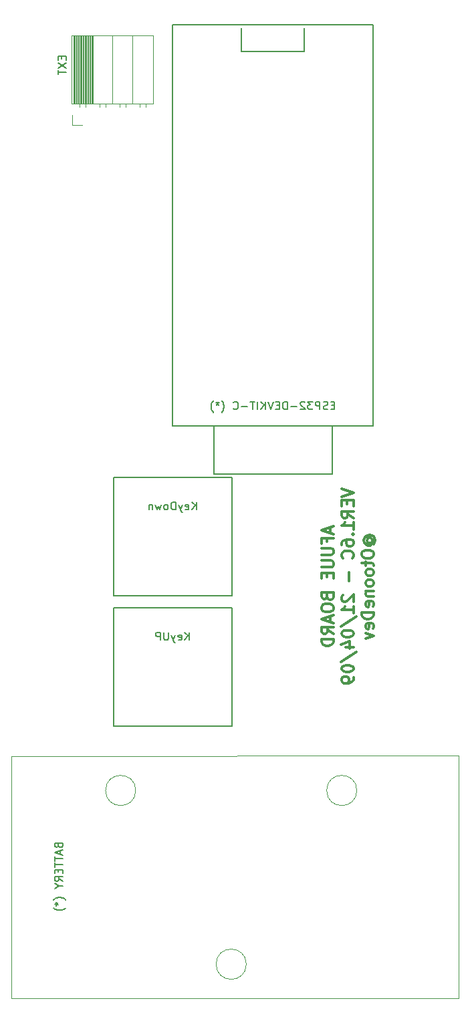
<source format=gbo>
G04 #@! TF.GenerationSoftware,KiCad,Pcbnew,(5.1.8)-1*
G04 #@! TF.CreationDate,2021-04-09T23:43:51+09:00*
G04 #@! TF.ProjectId,windsynyh5,77696e64-7379-46e7-9968-352e6b696361,rev?*
G04 #@! TF.SameCoordinates,Original*
G04 #@! TF.FileFunction,Legend,Bot*
G04 #@! TF.FilePolarity,Positive*
%FSLAX46Y46*%
G04 Gerber Fmt 4.6, Leading zero omitted, Abs format (unit mm)*
G04 Created by KiCad (PCBNEW (5.1.8)-1) date 2021-04-09 23:43:51*
%MOMM*%
%LPD*%
G01*
G04 APERTURE LIST*
%ADD10C,0.300000*%
%ADD11C,0.120000*%
%ADD12C,0.150000*%
G04 APERTURE END LIST*
D10*
X160260000Y-122675000D02*
X160260000Y-123389285D01*
X160688571Y-122532142D02*
X159188571Y-123032142D01*
X160688571Y-123532142D01*
X159902857Y-124532142D02*
X159902857Y-124032142D01*
X160688571Y-124032142D02*
X159188571Y-124032142D01*
X159188571Y-124746428D01*
X159188571Y-125317857D02*
X160402857Y-125317857D01*
X160545714Y-125389285D01*
X160617142Y-125460714D01*
X160688571Y-125603571D01*
X160688571Y-125889285D01*
X160617142Y-126032142D01*
X160545714Y-126103571D01*
X160402857Y-126175000D01*
X159188571Y-126175000D01*
X159188571Y-126889285D02*
X160402857Y-126889285D01*
X160545714Y-126960714D01*
X160617142Y-127032142D01*
X160688571Y-127175000D01*
X160688571Y-127460714D01*
X160617142Y-127603571D01*
X160545714Y-127675000D01*
X160402857Y-127746428D01*
X159188571Y-127746428D01*
X159902857Y-128460714D02*
X159902857Y-128960714D01*
X160688571Y-129175000D02*
X160688571Y-128460714D01*
X159188571Y-128460714D01*
X159188571Y-129175000D01*
X159902857Y-131460714D02*
X159974285Y-131675000D01*
X160045714Y-131746428D01*
X160188571Y-131817857D01*
X160402857Y-131817857D01*
X160545714Y-131746428D01*
X160617142Y-131675000D01*
X160688571Y-131532142D01*
X160688571Y-130960714D01*
X159188571Y-130960714D01*
X159188571Y-131460714D01*
X159260000Y-131603571D01*
X159331428Y-131675000D01*
X159474285Y-131746428D01*
X159617142Y-131746428D01*
X159760000Y-131675000D01*
X159831428Y-131603571D01*
X159902857Y-131460714D01*
X159902857Y-130960714D01*
X159188571Y-132746428D02*
X159188571Y-133032142D01*
X159260000Y-133175000D01*
X159402857Y-133317857D01*
X159688571Y-133389285D01*
X160188571Y-133389285D01*
X160474285Y-133317857D01*
X160617142Y-133175000D01*
X160688571Y-133032142D01*
X160688571Y-132746428D01*
X160617142Y-132603571D01*
X160474285Y-132460714D01*
X160188571Y-132389285D01*
X159688571Y-132389285D01*
X159402857Y-132460714D01*
X159260000Y-132603571D01*
X159188571Y-132746428D01*
X160260000Y-133960714D02*
X160260000Y-134675000D01*
X160688571Y-133817857D02*
X159188571Y-134317857D01*
X160688571Y-134817857D01*
X160688571Y-136175000D02*
X159974285Y-135675000D01*
X160688571Y-135317857D02*
X159188571Y-135317857D01*
X159188571Y-135889285D01*
X159260000Y-136032142D01*
X159331428Y-136103571D01*
X159474285Y-136175000D01*
X159688571Y-136175000D01*
X159831428Y-136103571D01*
X159902857Y-136032142D01*
X159974285Y-135889285D01*
X159974285Y-135317857D01*
X160688571Y-136817857D02*
X159188571Y-136817857D01*
X159188571Y-137175000D01*
X159260000Y-137389285D01*
X159402857Y-137532142D01*
X159545714Y-137603571D01*
X159831428Y-137675000D01*
X160045714Y-137675000D01*
X160331428Y-137603571D01*
X160474285Y-137532142D01*
X160617142Y-137389285D01*
X160688571Y-137175000D01*
X160688571Y-136817857D01*
X161738571Y-117782142D02*
X163238571Y-118282142D01*
X161738571Y-118782142D01*
X162452857Y-119282142D02*
X162452857Y-119782142D01*
X163238571Y-119996428D02*
X163238571Y-119282142D01*
X161738571Y-119282142D01*
X161738571Y-119996428D01*
X163238571Y-121496428D02*
X162524285Y-120996428D01*
X163238571Y-120639285D02*
X161738571Y-120639285D01*
X161738571Y-121210714D01*
X161810000Y-121353571D01*
X161881428Y-121425000D01*
X162024285Y-121496428D01*
X162238571Y-121496428D01*
X162381428Y-121425000D01*
X162452857Y-121353571D01*
X162524285Y-121210714D01*
X162524285Y-120639285D01*
X163238571Y-122925000D02*
X163238571Y-122067857D01*
X163238571Y-122496428D02*
X161738571Y-122496428D01*
X161952857Y-122353571D01*
X162095714Y-122210714D01*
X162167142Y-122067857D01*
X163095714Y-123567857D02*
X163167142Y-123639285D01*
X163238571Y-123567857D01*
X163167142Y-123496428D01*
X163095714Y-123567857D01*
X163238571Y-123567857D01*
X161738571Y-124925000D02*
X161738571Y-124639285D01*
X161810000Y-124496428D01*
X161881428Y-124425000D01*
X162095714Y-124282142D01*
X162381428Y-124210714D01*
X162952857Y-124210714D01*
X163095714Y-124282142D01*
X163167142Y-124353571D01*
X163238571Y-124496428D01*
X163238571Y-124782142D01*
X163167142Y-124925000D01*
X163095714Y-124996428D01*
X162952857Y-125067857D01*
X162595714Y-125067857D01*
X162452857Y-124996428D01*
X162381428Y-124925000D01*
X162310000Y-124782142D01*
X162310000Y-124496428D01*
X162381428Y-124353571D01*
X162452857Y-124282142D01*
X162595714Y-124210714D01*
X163095714Y-126567857D02*
X163167142Y-126496428D01*
X163238571Y-126282142D01*
X163238571Y-126139285D01*
X163167142Y-125925000D01*
X163024285Y-125782142D01*
X162881428Y-125710714D01*
X162595714Y-125639285D01*
X162381428Y-125639285D01*
X162095714Y-125710714D01*
X161952857Y-125782142D01*
X161810000Y-125925000D01*
X161738571Y-126139285D01*
X161738571Y-126282142D01*
X161810000Y-126496428D01*
X161881428Y-126567857D01*
X162667142Y-128353571D02*
X162667142Y-129496428D01*
X161881428Y-131282142D02*
X161810000Y-131353571D01*
X161738571Y-131496428D01*
X161738571Y-131853571D01*
X161810000Y-131996428D01*
X161881428Y-132067857D01*
X162024285Y-132139285D01*
X162167142Y-132139285D01*
X162381428Y-132067857D01*
X163238571Y-131210714D01*
X163238571Y-132139285D01*
X163238571Y-133567857D02*
X163238571Y-132710714D01*
X163238571Y-133139285D02*
X161738571Y-133139285D01*
X161952857Y-132996428D01*
X162095714Y-132853571D01*
X162167142Y-132710714D01*
X161667142Y-135282142D02*
X163595714Y-133996428D01*
X161738571Y-136067857D02*
X161738571Y-136210714D01*
X161810000Y-136353571D01*
X161881428Y-136425000D01*
X162024285Y-136496428D01*
X162310000Y-136567857D01*
X162667142Y-136567857D01*
X162952857Y-136496428D01*
X163095714Y-136425000D01*
X163167142Y-136353571D01*
X163238571Y-136210714D01*
X163238571Y-136067857D01*
X163167142Y-135925000D01*
X163095714Y-135853571D01*
X162952857Y-135782142D01*
X162667142Y-135710714D01*
X162310000Y-135710714D01*
X162024285Y-135782142D01*
X161881428Y-135853571D01*
X161810000Y-135925000D01*
X161738571Y-136067857D01*
X162238571Y-137853571D02*
X163238571Y-137853571D01*
X161667142Y-137496428D02*
X162738571Y-137139285D01*
X162738571Y-138067857D01*
X161667142Y-139710714D02*
X163595714Y-138425000D01*
X161738571Y-140496428D02*
X161738571Y-140639285D01*
X161810000Y-140782142D01*
X161881428Y-140853571D01*
X162024285Y-140925000D01*
X162310000Y-140996428D01*
X162667142Y-140996428D01*
X162952857Y-140925000D01*
X163095714Y-140853571D01*
X163167142Y-140782142D01*
X163238571Y-140639285D01*
X163238571Y-140496428D01*
X163167142Y-140353571D01*
X163095714Y-140282142D01*
X162952857Y-140210714D01*
X162667142Y-140139285D01*
X162310000Y-140139285D01*
X162024285Y-140210714D01*
X161881428Y-140282142D01*
X161810000Y-140353571D01*
X161738571Y-140496428D01*
X163238571Y-141710714D02*
X163238571Y-141996428D01*
X163167142Y-142139285D01*
X163095714Y-142210714D01*
X162881428Y-142353571D01*
X162595714Y-142425000D01*
X162024285Y-142425000D01*
X161881428Y-142353571D01*
X161810000Y-142282142D01*
X161738571Y-142139285D01*
X161738571Y-141853571D01*
X161810000Y-141710714D01*
X161881428Y-141639285D01*
X162024285Y-141567857D01*
X162381428Y-141567857D01*
X162524285Y-141639285D01*
X162595714Y-141710714D01*
X162667142Y-141853571D01*
X162667142Y-142139285D01*
X162595714Y-142282142D01*
X162524285Y-142353571D01*
X162381428Y-142425000D01*
X165074285Y-124639285D02*
X165002857Y-124567857D01*
X164931428Y-124425000D01*
X164931428Y-124282142D01*
X165002857Y-124139285D01*
X165074285Y-124067857D01*
X165217142Y-123996428D01*
X165360000Y-123996428D01*
X165502857Y-124067857D01*
X165574285Y-124139285D01*
X165645714Y-124282142D01*
X165645714Y-124425000D01*
X165574285Y-124567857D01*
X165502857Y-124639285D01*
X164931428Y-124639285D02*
X165502857Y-124639285D01*
X165574285Y-124710714D01*
X165574285Y-124782142D01*
X165502857Y-124925000D01*
X165360000Y-124996428D01*
X165002857Y-124996428D01*
X164788571Y-124853571D01*
X164645714Y-124639285D01*
X164574285Y-124353571D01*
X164645714Y-124067857D01*
X164788571Y-123853571D01*
X165002857Y-123710714D01*
X165288571Y-123639285D01*
X165574285Y-123710714D01*
X165788571Y-123853571D01*
X165931428Y-124067857D01*
X166002857Y-124353571D01*
X165931428Y-124639285D01*
X165788571Y-124853571D01*
X164288571Y-125925000D02*
X164288571Y-126210714D01*
X164360000Y-126353571D01*
X164502857Y-126496428D01*
X164788571Y-126567857D01*
X165288571Y-126567857D01*
X165574285Y-126496428D01*
X165717142Y-126353571D01*
X165788571Y-126210714D01*
X165788571Y-125925000D01*
X165717142Y-125782142D01*
X165574285Y-125639285D01*
X165288571Y-125567857D01*
X164788571Y-125567857D01*
X164502857Y-125639285D01*
X164360000Y-125782142D01*
X164288571Y-125925000D01*
X164788571Y-126996428D02*
X164788571Y-127567857D01*
X164288571Y-127210714D02*
X165574285Y-127210714D01*
X165717142Y-127282142D01*
X165788571Y-127425000D01*
X165788571Y-127567857D01*
X165788571Y-128282142D02*
X165717142Y-128139285D01*
X165645714Y-128067857D01*
X165502857Y-127996428D01*
X165074285Y-127996428D01*
X164931428Y-128067857D01*
X164860000Y-128139285D01*
X164788571Y-128282142D01*
X164788571Y-128496428D01*
X164860000Y-128639285D01*
X164931428Y-128710714D01*
X165074285Y-128782142D01*
X165502857Y-128782142D01*
X165645714Y-128710714D01*
X165717142Y-128639285D01*
X165788571Y-128496428D01*
X165788571Y-128282142D01*
X165788571Y-129639285D02*
X165717142Y-129496428D01*
X165645714Y-129425000D01*
X165502857Y-129353571D01*
X165074285Y-129353571D01*
X164931428Y-129425000D01*
X164860000Y-129496428D01*
X164788571Y-129639285D01*
X164788571Y-129853571D01*
X164860000Y-129996428D01*
X164931428Y-130067857D01*
X165074285Y-130139285D01*
X165502857Y-130139285D01*
X165645714Y-130067857D01*
X165717142Y-129996428D01*
X165788571Y-129853571D01*
X165788571Y-129639285D01*
X164788571Y-130782142D02*
X165788571Y-130782142D01*
X164931428Y-130782142D02*
X164860000Y-130853571D01*
X164788571Y-130996428D01*
X164788571Y-131210714D01*
X164860000Y-131353571D01*
X165002857Y-131425000D01*
X165788571Y-131425000D01*
X165717142Y-132710714D02*
X165788571Y-132567857D01*
X165788571Y-132282142D01*
X165717142Y-132139285D01*
X165574285Y-132067857D01*
X165002857Y-132067857D01*
X164860000Y-132139285D01*
X164788571Y-132282142D01*
X164788571Y-132567857D01*
X164860000Y-132710714D01*
X165002857Y-132782142D01*
X165145714Y-132782142D01*
X165288571Y-132067857D01*
X165788571Y-133425000D02*
X164288571Y-133425000D01*
X164288571Y-133782142D01*
X164360000Y-133996428D01*
X164502857Y-134139285D01*
X164645714Y-134210714D01*
X164931428Y-134282142D01*
X165145714Y-134282142D01*
X165431428Y-134210714D01*
X165574285Y-134139285D01*
X165717142Y-133996428D01*
X165788571Y-133782142D01*
X165788571Y-133425000D01*
X165717142Y-135496428D02*
X165788571Y-135353571D01*
X165788571Y-135067857D01*
X165717142Y-134925000D01*
X165574285Y-134853571D01*
X165002857Y-134853571D01*
X164860000Y-134925000D01*
X164788571Y-135067857D01*
X164788571Y-135353571D01*
X164860000Y-135496428D01*
X165002857Y-135567857D01*
X165145714Y-135567857D01*
X165288571Y-134853571D01*
X164788571Y-136067857D02*
X165788571Y-136425000D01*
X164788571Y-136782142D01*
D11*
G04 #@! TO.C,BATTERY (\u002A)*
X119955000Y-182305000D02*
X119955000Y-151705000D01*
X176555000Y-182305000D02*
X119955000Y-182305000D01*
X176555000Y-151605000D02*
X176555000Y-182305000D01*
X119955000Y-151705000D02*
X176555000Y-151605000D01*
X149665497Y-178005000D02*
G75*
G03*
X149665497Y-178005000I-1910497J0D01*
G01*
X135665497Y-156005000D02*
G75*
G03*
X135665497Y-156005000I-1910497J0D01*
G01*
X163665497Y-156005000D02*
G75*
G03*
X163665497Y-156005000I-1910497J0D01*
G01*
D12*
G04 #@! TO.C,ESP32-DEVKIT-C (\u002A)*
X165735000Y-109855000D02*
X140335000Y-109855000D01*
X165735000Y-59055000D02*
X165735000Y-109855000D01*
X140335000Y-59055000D02*
X165735000Y-59055000D01*
X140335000Y-109855000D02*
X140335000Y-59055000D01*
X160535000Y-115955000D02*
X160535000Y-109955000D01*
X145535000Y-115955000D02*
X160535000Y-115955000D01*
X145535000Y-109955000D02*
X145535000Y-115955000D01*
X149035000Y-62455000D02*
X149035000Y-59455000D01*
X157035000Y-62455000D02*
X149035000Y-62455000D01*
X157035000Y-59455000D02*
X157035000Y-62455000D01*
G04 #@! TO.C,KeyUP*
X132835000Y-132835000D02*
X132835000Y-147835000D01*
X147835000Y-132835000D02*
X132835000Y-132835000D01*
X147835000Y-147835000D02*
X147835000Y-132835000D01*
X132835000Y-147835000D02*
X147835000Y-147835000D01*
G04 #@! TO.C,KeyDown*
X132835000Y-116325000D02*
X132835000Y-131325000D01*
X147835000Y-116325000D02*
X132835000Y-116325000D01*
X147835000Y-131325000D02*
X147835000Y-116325000D01*
X132835000Y-131325000D02*
X147835000Y-131325000D01*
D11*
G04 #@! TO.C,EXT*
X127635000Y-71755000D02*
X128905000Y-71755000D01*
X127635000Y-70485000D02*
X127635000Y-71755000D01*
X136905000Y-69455000D02*
X136905000Y-69025000D01*
X136145000Y-69455000D02*
X136145000Y-69025000D01*
X135255000Y-60395000D02*
X135255000Y-69025000D01*
X137855000Y-60395000D02*
X135255000Y-60395000D01*
X137855000Y-69025000D02*
X137855000Y-60395000D01*
X135255000Y-69025000D02*
X137855000Y-69025000D01*
X134365000Y-69455000D02*
X134365000Y-69025000D01*
X133605000Y-69455000D02*
X133605000Y-69025000D01*
X132715000Y-60395000D02*
X132715000Y-69025000D01*
X135255000Y-60395000D02*
X132715000Y-60395000D01*
X135255000Y-69025000D02*
X135255000Y-60395000D01*
X132715000Y-69025000D02*
X135255000Y-69025000D01*
X131825000Y-69455000D02*
X131825000Y-69025000D01*
X131065000Y-69455000D02*
X131065000Y-69025000D01*
X130175000Y-60395000D02*
X130175000Y-69025000D01*
X132715000Y-60395000D02*
X130175000Y-60395000D01*
X132715000Y-69025000D02*
X132715000Y-60395000D01*
X130175000Y-69025000D02*
X132715000Y-69025000D01*
X130275000Y-69025000D02*
X130275000Y-60395000D01*
X130155000Y-69025000D02*
X130155000Y-60395000D01*
X130035000Y-69025000D02*
X130035000Y-60395000D01*
X129915000Y-69025000D02*
X129915000Y-60395000D01*
X129795000Y-69025000D02*
X129795000Y-60395000D01*
X129675000Y-69025000D02*
X129675000Y-60395000D01*
X129555000Y-69025000D02*
X129555000Y-60395000D01*
X129435000Y-69025000D02*
X129435000Y-60395000D01*
X129315000Y-69025000D02*
X129315000Y-60395000D01*
X129195000Y-69025000D02*
X129195000Y-60395000D01*
X129075000Y-69025000D02*
X129075000Y-60395000D01*
X128955000Y-69025000D02*
X128955000Y-60395000D01*
X128835000Y-69025000D02*
X128835000Y-60395000D01*
X128715000Y-69025000D02*
X128715000Y-60395000D01*
X128595000Y-69025000D02*
X128595000Y-60395000D01*
X128475000Y-69025000D02*
X128475000Y-60395000D01*
X128355000Y-69025000D02*
X128355000Y-60395000D01*
X128235000Y-69025000D02*
X128235000Y-60395000D01*
X128115000Y-69025000D02*
X128115000Y-60395000D01*
X127995000Y-69025000D02*
X127995000Y-60395000D01*
X127875000Y-69025000D02*
X127875000Y-60395000D01*
X127755000Y-69025000D02*
X127755000Y-60395000D01*
X129285000Y-69455000D02*
X129285000Y-69025000D01*
X128525000Y-69455000D02*
X128525000Y-69025000D01*
X127575000Y-60395000D02*
X127575000Y-69025000D01*
X130175000Y-60395000D02*
X127575000Y-60395000D01*
X130175000Y-69025000D02*
X130175000Y-60395000D01*
X127575000Y-69025000D02*
X130175000Y-69025000D01*
G04 #@! TO.C,BATTERY (\u002A)*
D12*
X125883571Y-162976428D02*
X125931190Y-163119285D01*
X125978809Y-163166904D01*
X126074047Y-163214523D01*
X126216904Y-163214523D01*
X126312142Y-163166904D01*
X126359761Y-163119285D01*
X126407380Y-163024047D01*
X126407380Y-162643095D01*
X125407380Y-162643095D01*
X125407380Y-162976428D01*
X125455000Y-163071666D01*
X125502619Y-163119285D01*
X125597857Y-163166904D01*
X125693095Y-163166904D01*
X125788333Y-163119285D01*
X125835952Y-163071666D01*
X125883571Y-162976428D01*
X125883571Y-162643095D01*
X126121666Y-163595476D02*
X126121666Y-164071666D01*
X126407380Y-163500238D02*
X125407380Y-163833571D01*
X126407380Y-164166904D01*
X125407380Y-164357380D02*
X125407380Y-164928809D01*
X126407380Y-164643095D02*
X125407380Y-164643095D01*
X125407380Y-165119285D02*
X125407380Y-165690714D01*
X126407380Y-165405000D02*
X125407380Y-165405000D01*
X125883571Y-166024047D02*
X125883571Y-166357380D01*
X126407380Y-166500238D02*
X126407380Y-166024047D01*
X125407380Y-166024047D01*
X125407380Y-166500238D01*
X126407380Y-167500238D02*
X125931190Y-167166904D01*
X126407380Y-166928809D02*
X125407380Y-166928809D01*
X125407380Y-167309761D01*
X125455000Y-167405000D01*
X125502619Y-167452619D01*
X125597857Y-167500238D01*
X125740714Y-167500238D01*
X125835952Y-167452619D01*
X125883571Y-167405000D01*
X125931190Y-167309761D01*
X125931190Y-166928809D01*
X125931190Y-168119285D02*
X126407380Y-168119285D01*
X125407380Y-167785952D02*
X125931190Y-168119285D01*
X125407380Y-168452619D01*
X126788333Y-169833571D02*
X126740714Y-169785952D01*
X126597857Y-169690714D01*
X126502619Y-169643095D01*
X126359761Y-169595476D01*
X126121666Y-169547857D01*
X125931190Y-169547857D01*
X125693095Y-169595476D01*
X125550238Y-169643095D01*
X125455000Y-169690714D01*
X125312142Y-169785952D01*
X125264523Y-169833571D01*
X125407380Y-170357380D02*
X125645476Y-170357380D01*
X125550238Y-170119285D02*
X125645476Y-170357380D01*
X125550238Y-170595476D01*
X125835952Y-170214523D02*
X125645476Y-170357380D01*
X125835952Y-170500238D01*
X126788333Y-170881190D02*
X126740714Y-170928809D01*
X126597857Y-171024047D01*
X126502619Y-171071666D01*
X126359761Y-171119285D01*
X126121666Y-171166904D01*
X125931190Y-171166904D01*
X125693095Y-171119285D01*
X125550238Y-171071666D01*
X125455000Y-171024047D01*
X125312142Y-170928809D01*
X125264523Y-170881190D01*
G04 #@! TO.C,ESP32-DEVKIT-C (\u002A)*
X160844523Y-107243571D02*
X160511190Y-107243571D01*
X160368333Y-107767380D02*
X160844523Y-107767380D01*
X160844523Y-106767380D01*
X160368333Y-106767380D01*
X159987380Y-107719761D02*
X159844523Y-107767380D01*
X159606428Y-107767380D01*
X159511190Y-107719761D01*
X159463571Y-107672142D01*
X159415952Y-107576904D01*
X159415952Y-107481666D01*
X159463571Y-107386428D01*
X159511190Y-107338809D01*
X159606428Y-107291190D01*
X159796904Y-107243571D01*
X159892142Y-107195952D01*
X159939761Y-107148333D01*
X159987380Y-107053095D01*
X159987380Y-106957857D01*
X159939761Y-106862619D01*
X159892142Y-106815000D01*
X159796904Y-106767380D01*
X159558809Y-106767380D01*
X159415952Y-106815000D01*
X158987380Y-107767380D02*
X158987380Y-106767380D01*
X158606428Y-106767380D01*
X158511190Y-106815000D01*
X158463571Y-106862619D01*
X158415952Y-106957857D01*
X158415952Y-107100714D01*
X158463571Y-107195952D01*
X158511190Y-107243571D01*
X158606428Y-107291190D01*
X158987380Y-107291190D01*
X158082619Y-106767380D02*
X157463571Y-106767380D01*
X157796904Y-107148333D01*
X157654047Y-107148333D01*
X157558809Y-107195952D01*
X157511190Y-107243571D01*
X157463571Y-107338809D01*
X157463571Y-107576904D01*
X157511190Y-107672142D01*
X157558809Y-107719761D01*
X157654047Y-107767380D01*
X157939761Y-107767380D01*
X158035000Y-107719761D01*
X158082619Y-107672142D01*
X157082619Y-106862619D02*
X157035000Y-106815000D01*
X156939761Y-106767380D01*
X156701666Y-106767380D01*
X156606428Y-106815000D01*
X156558809Y-106862619D01*
X156511190Y-106957857D01*
X156511190Y-107053095D01*
X156558809Y-107195952D01*
X157130238Y-107767380D01*
X156511190Y-107767380D01*
X156082619Y-107386428D02*
X155320714Y-107386428D01*
X154844523Y-107767380D02*
X154844523Y-106767380D01*
X154606428Y-106767380D01*
X154463571Y-106815000D01*
X154368333Y-106910238D01*
X154320714Y-107005476D01*
X154273095Y-107195952D01*
X154273095Y-107338809D01*
X154320714Y-107529285D01*
X154368333Y-107624523D01*
X154463571Y-107719761D01*
X154606428Y-107767380D01*
X154844523Y-107767380D01*
X153844523Y-107243571D02*
X153511190Y-107243571D01*
X153368333Y-107767380D02*
X153844523Y-107767380D01*
X153844523Y-106767380D01*
X153368333Y-106767380D01*
X153082619Y-106767380D02*
X152749285Y-107767380D01*
X152415952Y-106767380D01*
X152082619Y-107767380D02*
X152082619Y-106767380D01*
X151511190Y-107767380D02*
X151939761Y-107195952D01*
X151511190Y-106767380D02*
X152082619Y-107338809D01*
X151082619Y-107767380D02*
X151082619Y-106767380D01*
X150749285Y-106767380D02*
X150177857Y-106767380D01*
X150463571Y-107767380D02*
X150463571Y-106767380D01*
X149844523Y-107386428D02*
X149082619Y-107386428D01*
X148035000Y-107672142D02*
X148082619Y-107719761D01*
X148225476Y-107767380D01*
X148320714Y-107767380D01*
X148463571Y-107719761D01*
X148558809Y-107624523D01*
X148606428Y-107529285D01*
X148654047Y-107338809D01*
X148654047Y-107195952D01*
X148606428Y-107005476D01*
X148558809Y-106910238D01*
X148463571Y-106815000D01*
X148320714Y-106767380D01*
X148225476Y-106767380D01*
X148082619Y-106815000D01*
X148035000Y-106862619D01*
X146558809Y-108148333D02*
X146606428Y-108100714D01*
X146701666Y-107957857D01*
X146749285Y-107862619D01*
X146796904Y-107719761D01*
X146844523Y-107481666D01*
X146844523Y-107291190D01*
X146796904Y-107053095D01*
X146749285Y-106910238D01*
X146701666Y-106815000D01*
X146606428Y-106672142D01*
X146558809Y-106624523D01*
X146035000Y-106767380D02*
X146035000Y-107005476D01*
X146273095Y-106910238D02*
X146035000Y-107005476D01*
X145796904Y-106910238D01*
X146177857Y-107195952D02*
X146035000Y-107005476D01*
X145892142Y-107195952D01*
X145511190Y-108148333D02*
X145463571Y-108100714D01*
X145368333Y-107957857D01*
X145320714Y-107862619D01*
X145273095Y-107719761D01*
X145225476Y-107481666D01*
X145225476Y-107291190D01*
X145273095Y-107053095D01*
X145320714Y-106910238D01*
X145368333Y-106815000D01*
X145463571Y-106672142D01*
X145511190Y-106624523D01*
G04 #@! TO.C,KeyUP*
X142430238Y-136977380D02*
X142430238Y-135977380D01*
X141858809Y-136977380D02*
X142287380Y-136405952D01*
X141858809Y-135977380D02*
X142430238Y-136548809D01*
X141049285Y-136929761D02*
X141144523Y-136977380D01*
X141335000Y-136977380D01*
X141430238Y-136929761D01*
X141477857Y-136834523D01*
X141477857Y-136453571D01*
X141430238Y-136358333D01*
X141335000Y-136310714D01*
X141144523Y-136310714D01*
X141049285Y-136358333D01*
X141001666Y-136453571D01*
X141001666Y-136548809D01*
X141477857Y-136644047D01*
X140668333Y-136310714D02*
X140430238Y-136977380D01*
X140192142Y-136310714D02*
X140430238Y-136977380D01*
X140525476Y-137215476D01*
X140573095Y-137263095D01*
X140668333Y-137310714D01*
X139811190Y-135977380D02*
X139811190Y-136786904D01*
X139763571Y-136882142D01*
X139715952Y-136929761D01*
X139620714Y-136977380D01*
X139430238Y-136977380D01*
X139335000Y-136929761D01*
X139287380Y-136882142D01*
X139239761Y-136786904D01*
X139239761Y-135977380D01*
X138763571Y-136977380D02*
X138763571Y-135977380D01*
X138382619Y-135977380D01*
X138287380Y-136025000D01*
X138239761Y-136072619D01*
X138192142Y-136167857D01*
X138192142Y-136310714D01*
X138239761Y-136405952D01*
X138287380Y-136453571D01*
X138382619Y-136501190D01*
X138763571Y-136501190D01*
G04 #@! TO.C,KeyDown*
X143335000Y-120467380D02*
X143335000Y-119467380D01*
X142763571Y-120467380D02*
X143192142Y-119895952D01*
X142763571Y-119467380D02*
X143335000Y-120038809D01*
X141954047Y-120419761D02*
X142049285Y-120467380D01*
X142239761Y-120467380D01*
X142335000Y-120419761D01*
X142382619Y-120324523D01*
X142382619Y-119943571D01*
X142335000Y-119848333D01*
X142239761Y-119800714D01*
X142049285Y-119800714D01*
X141954047Y-119848333D01*
X141906428Y-119943571D01*
X141906428Y-120038809D01*
X142382619Y-120134047D01*
X141573095Y-119800714D02*
X141335000Y-120467380D01*
X141096904Y-119800714D02*
X141335000Y-120467380D01*
X141430238Y-120705476D01*
X141477857Y-120753095D01*
X141573095Y-120800714D01*
X140715952Y-120467380D02*
X140715952Y-119467380D01*
X140477857Y-119467380D01*
X140335000Y-119515000D01*
X140239761Y-119610238D01*
X140192142Y-119705476D01*
X140144523Y-119895952D01*
X140144523Y-120038809D01*
X140192142Y-120229285D01*
X140239761Y-120324523D01*
X140335000Y-120419761D01*
X140477857Y-120467380D01*
X140715952Y-120467380D01*
X139573095Y-120467380D02*
X139668333Y-120419761D01*
X139715952Y-120372142D01*
X139763571Y-120276904D01*
X139763571Y-119991190D01*
X139715952Y-119895952D01*
X139668333Y-119848333D01*
X139573095Y-119800714D01*
X139430238Y-119800714D01*
X139335000Y-119848333D01*
X139287380Y-119895952D01*
X139239761Y-119991190D01*
X139239761Y-120276904D01*
X139287380Y-120372142D01*
X139335000Y-120419761D01*
X139430238Y-120467380D01*
X139573095Y-120467380D01*
X138906428Y-119800714D02*
X138715952Y-120467380D01*
X138525476Y-119991190D01*
X138335000Y-120467380D01*
X138144523Y-119800714D01*
X137763571Y-119800714D02*
X137763571Y-120467380D01*
X137763571Y-119895952D02*
X137715952Y-119848333D01*
X137620714Y-119800714D01*
X137477857Y-119800714D01*
X137382619Y-119848333D01*
X137335000Y-119943571D01*
X137335000Y-120467380D01*
G04 #@! TO.C,EXT*
X126293571Y-63063571D02*
X126293571Y-63396904D01*
X126817380Y-63539761D02*
X126817380Y-63063571D01*
X125817380Y-63063571D01*
X125817380Y-63539761D01*
X125817380Y-63873095D02*
X126817380Y-64539761D01*
X125817380Y-64539761D02*
X126817380Y-63873095D01*
X125817380Y-64777857D02*
X125817380Y-65349285D01*
X126817380Y-65063571D02*
X125817380Y-65063571D01*
G04 #@! TD*
M02*

</source>
